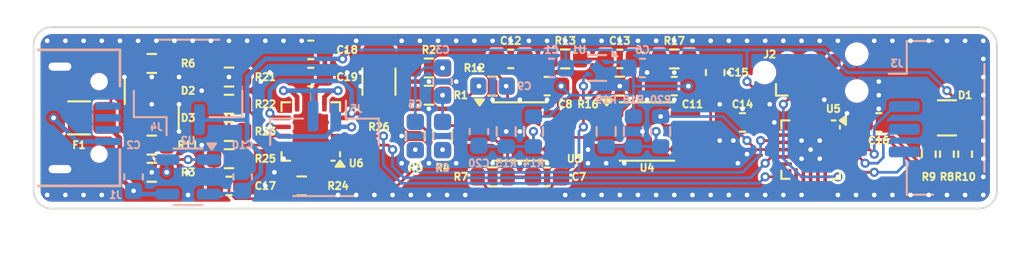
<source format=kicad_pcb>
(kicad_pcb (version 20240108) (generator "pcbnew") (generator_version "8.0")
  (layers (0 "F.Cu" signal) (31 "B.Cu" signal) (34 "B.Paste" user) (35 "F.Paste" user) (36 "B.SilkS" user "B.Silkscreen") (37 "F.SilkS" user "F.Silkscreen") (38 "B.Mask" user) (39 "F.Mask" user) (44 "Edge.Cuts" user))
  (net 0 "")
  (net 1 "GND")
  (net 2 "+BATT")
  (net 3 "+5V")
  (net 4 "Net-(C3-Pad2)")
  (net 5 "Net-(C3-Pad1)")
  (net 6 "Net-(C4-Pad2)")
  (net 7 "Net-(C5-Pad2)")
  (net 8 "+3V3")
  (net 9 "Net-(U3A-+)")
  (net 10 "/+1V65")
  (net 11 "Net-(C12-Pad1)")
  (net 12 "Net-(U3A--)")
  (net 13 "Net-(C12-Pad2)")
  (net 14 "Net-(C13-Pad2)")
  (net 15 "Net-(U4A--)")
  (net 16 "Net-(U4B--)")
  (net 17 "/nrst")
  (net 18 "Net-(C17-Pad1)")
  (net 19 "Net-(D1-BK)")
  (net 20 "Net-(D1-GK)")
  (net 21 "Net-(D1-RK)")
  (net 22 "Net-(D2-A)")
  (net 23 "Net-(D2-K)")
  (net 24 "Net-(D3-K)")
  (net 25 "Net-(J1-VBUS)")
  (net 29 "/tx")
  (net 30 "/swio")
  (net 32 "/btn1")
  (net 33 "/btn2")
  (net 34 "/btn0")
  (net 35 "Net-(J5-Pin_2)")
  (net 36 "Net-(J5-Pin_1)")
  (net 37 "/motor_isense+")
  (net 38 "Net-(U2-PROG)")
  (net 39 "/led_b")
  (net 40 "/led_g")
  (net 41 "/led_r")
  (net 42 "Net-(U3B-+)")
  (net 43 "Net-(U4B-+)")
  (net 44 "/ripple_out")
  (net 45 "/pwr_en")
  (net 46 "Net-(U6-REF)")
  (net 47 "Net-(U6-TOFF)")
  (net 48 "Net-(U6-EN{slash}FLT)")
  (net 49 "/motor_pwm")
  (net 55 "/motor_dir")
  (footprint "Resistor_SMD:R_0402_1005Metric" (layer "F.Cu") (at 140.25 102 90)
    (property "Reference" "R8")
    (property "Value" "220")
  )
  (footprint "Resistor_SMD:R_0603_1608Metric" (layer "F.Cu") (at 100.75 97.75)
    (property "Reference" "R21")
    (property "Value" "100k")
  )
  (footprint "Resistor_SMD:R_0603_1608Metric" (layer "F.Cu") (at 100.75 99.25 180)
    (property "Reference" "R22")
    (property "Value" "10k")
  )
  (footprint "LED_SMD:LED_0603_1608Metric" (layer "F.Cu") (at 96.5 98.5)
    (property "Reference" "D2")
    (property "Value" "charge")
  )
  (footprint "Package_SO:MSOP-8_3x3mm_P0.65mm" (layer "F.Cu") (at 123.75 100.75)
    (property "Reference" "U4")
    (property "Value" "MCP6L02x-xMS")
  )
  (footprint "Capacitor_SMD:C_0603_1608Metric" (layer "F.Cu") (at 136.5 100.25)
    (property "Reference" "C16")
    (property "Value" "100n")
  )
  (footprint "Fuse:Fuse_1206_3216Metric" (layer "F.Cu") (at 92.5 100)
    (property "Reference" "F1")
    (property "Value" "500mA")
  )
  (footprint "Connector:Tag-Connect_TC2030-IDC-NL_2x03_P1.27mm_Vertical" (layer "F.Cu") (at 132.75 97.5)
    (property "Reference" "J2")
    (property "Value" "SWIO")
  )
  (footprint "Capacitor_SMD:C_0603_1608Metric" (layer "F.Cu") (at 118.25 103.25 180)
    (property "Reference" "C7")
    (property "Value" "220p")
  )
  (footprint "Capacitor_SMD:C_0603_1608Metric" (layer "F.Cu") (at 116.25 96.75)
    (property "Reference" "C12")
    (property "Value" "100n")
  )
  (footprint "Capacitor_SMD:C_0603_1608Metric" (layer "F.Cu") (at 105.25 97.75 180)
    (property "Reference" "C19")
    (property "Value" "1u")
  )
  (footprint "Package_DFN_QFN:VQFN-16-1EP_3x3mm_P0.5mm_EP1.8x1.8mm" (layer "F.Cu") (at 105.25 100.75 180)
    (property "Reference" "U6")
    (property "Value" "STSPIN250")
  )
  (footprint "Capacitor_SMD:C_0603_1608Metric" (layer "F.Cu") (at 129 100.25 180)
    (property "Reference" "C14")
    (property "Value" "100n")
  )
  (footprint "Resistor_SMD:R_0603_1608Metric" (layer "F.Cu") (at 125.25 96.75 180)
    (property "Reference" "R17")
    (property "Value" "1k")
  )
  (footprint "Resistor_SMD:R_0603_1608Metric" (layer "F.Cu") (at 100.75 100.75 180)
    (property "Reference" "R23")
    (property "Value" "100k")
  )
  (footprint "Resistor_SMD:R_0603_1608Metric" (layer "F.Cu") (at 96.5 103 180)
    (property "Reference" "R3")
    (property "Value" "2k2")
  )
  (footprint "Resistor_SMD:R_0603_1608Metric" (layer "F.Cu") (at 122.25 98.25 180)
    (property "Reference" "R16")
    (property "Value" "470k")
  )
  (footprint "Package_SO:MSOP-8_3x3mm_P0.65mm" (layer "F.Cu") (at 116.75 100.75)
    (property "Reference" "U3")
    (property "Value" "MCP6L02x-xMS")
  )
  (footprint "Resistor_SMD:R_0603_1608Metric" (layer "F.Cu") (at 112.5 101 -90)
    (property "Reference" "R4")
    (property "Value" "2k2")
  )
  (footprint "Resistor_SMD:R_0603_1608Metric" (layer "F.Cu") (at 119.25 96.75 180)
    (property "Reference" "R13")
    (property "Value" "2k2")
  )
  (footprint "Resistor_SMD:R_0402_1005Metric" (layer "F.Cu") (at 139.25 102 90)
    (property "Reference" "R9")
    (property "Value" "220")
  )
  (footprint "Resistor_SMD:R_0603_1608Metric" (layer "F.Cu") (at 115.25 103.25 180)
    (property "Reference" "R7")
    (property "Value" "470k")
  )
  (footprint "Resistor_SMD:R_0603_1608Metric" (layer "F.Cu") (at 111.75 98.75 180)
    (property "Reference" "R1")
    (property "Value" "22")
  )
  (footprint "Capacitor_SMD:C_0603_1608Metric" (layer "F.Cu") (at 100.75 103.75)
    (property "Reference" "C17")
    (property "Value" "22n")
  )
  (footprint "Capacitor_SMD:C_0603_1608Metric" (layer "F.Cu") (at 122.25 96.75)
    (property "Reference" "C13")
    (property "Value" "220p")
  )
  (footprint "Resistor_SMD:R_1206_3216Metric" (layer "F.Cu") (at 109 98 90)
    (property "Reference" "R26")
    (property "Value" "10m")
  )
  (footprint "Resistor_SMD:R_0402_1005Metric" (layer "F.Cu") (at 141.25 102 90)
    (property "Reference" "R10")
    (property "Value" "220")
  )
  (footprint "Capacitor_SMD:C_0603_1608Metric" (layer "F.Cu") (at 125.25 98.25 180)
    (property "Reference" "C11")
    (property "Value" "100n")
  )
  (footprint "Resistor_SMD:R_0603_1608Metric" (layer "F.Cu") (at 96.5 97 180)
    (property "Reference" "R6")
    (property "Value" "2k2")
  )
  (footprint "Capacitor_SMD:C_0603_1608Metric" (layer "F.Cu") (at 105.25 96.25 180)
    (property "Reference" "C18")
    (property "Value" "10u")
  )
  (footprint "Resistor_SMD:R_0603_1608Metric" (layer "F.Cu") (at 100.75 102.25 180)
    (property "Reference" "R25")
    (property "Value" "2k2")
  )
  (footprint "Capacitor_SMD:C_0603_1608Metric" (layer "F.Cu") (at 118.25 98.25 180)
    (property "Reference" "C8")
    (property "Value" "100n")
  )
  (footprint "Resistor_SMD:R_0603_1608Metric" (layer "F.Cu") (at 104.75 103.75)
    (property "Reference" "R24")
    (property "Value" "10k")
  )
  (footprint "Package_DFN_QFN:QFN-20-1EP_3x3mm_P0.4mm_EP1.65x1.65mm" (layer "F.Cu") (at 132.75 101.75 -90)
    (property "Reference" "U5")
    (property "Value" "CH32V003FxUx")
  )
  (footprint "Resistor_SMD:R_0603_1608Metric" (layer "F.Cu") (at 115.25 98.25 180)
    (property "Reference" "R12")
    (property "Value" "470k")
  )
  (footprint "Resistor_SMD:R_0603_1608Metric" (layer "F.Cu") (at 111 101 -90)
    (property "Reference" "R5")
    (property "Value" "2k2")
  )
  (footprint "Resistor_SMD:R_0603_1608Metric" (layer "F.Cu") (at 111.75 97.25 180)
    (property "Reference" "R2")
    (property "Value" "22")
  )
  (footprint "LED_SMD:LED_0603_1608Metric" (layer "F.Cu") (at 96.5 100 180)
    (property "Reference" "D3")
    (property "Value" "full")
  )
  (footprint "Resistor_SMD:R_Array_Convex_2x0606" (layer "F.Cu") (at 140.25 100 180)
    (property "Reference" "D1")
    (property "Value" "rgb")
  )
  (footprint "Capacitor_SMD:C_0603_1608Metric" (layer "F.Cu") (at 127.5 97.5 -90)
    (property "Reference" "C15")
    (property "Value" "100n")
  )
  (footprint "Resistor_SMD:R_0603_1608Metric" (layer "F.Cu") (at 96.5 101.5 180)
    (property "Reference" "R11")
    (property "Value" "2k2")
  )
  (footprint "extraparts:USB_Micro-B_U254-05" (layer "B.Cu") (at 90 100 90)
    (property "Reference" "J1")
    (property "Value" "charge")
  )
  (footprint "Capacitor_SMD:C_0603_1608Metric" (layer "B.Cu") (at 114.5 100.75 90)
    (property "Reference" "C20")
    (property "Value" "100n")
  )
  (footprint "Capacitor_SMD:C_0603_1608Metric" (layer "B.Cu") (at 123.5 97.25)
    (property "Reference" "C6")
    (property "Value" "1u")
  )
  (footprint "Connector_JST:JST_GH_SM04B-GHS-TB_1x04-1MP_P1.25mm_Horizontal" (layer "B.Cu") (at 139.75 100 -90)
    (property "Reference" "J3")
    (property "Value" "btns")
  )
  (footprint "Capacitor_SMD:C_0603_1608Metric" (layer "B.Cu") (at 115.25 98.25)
    (property "Reference" "C9")
    (property "Value" "220p")
  )
  (footprint "Connector_JST:JST_GH_SM02B-GHS-TB_1x02-1MP_P1.25mm_Horizontal" (layer "B.Cu") (at 98.5 98.25)
    (property "Reference" "J4")
    (property "Value" "batt")
  )
  (footprint "Resistor_SMD:R_0603_1608Metric" (layer "B.Cu") (at 123 100.75 -90)
    (property "Reference" "R18")
    (property "Value" "100k")
  )
  (footprint "Capacitor_SMD:C_0603_1608Metric" (layer "B.Cu") (at 112.5 98 90)
    (property "Reference" "C3")
    (property "Value" "1u")
  )
  (footprint "Capacitor_SMD:C_0603_1608Metric" (layer "B.Cu") (at 101.500002 103.25 90)
    (property "Reference" "C10")
    (property "Value" "1u")
  )
  (footprint "Resistor_SMD:R_0603_1608Metric" (layer "B.Cu") (at 121.5 100.75 90)
    (property "Reference" "R19")
    (property "Value" "100k")
  )
  (footprint "Resistor_SMD:R_0603_1608Metric" (layer "B.Cu") (at 124.5 100.75 90)
    (property "Reference" "R20")
    (property "Value" "470k")
  )
  (footprint "Capacitor_SMD:C_0603_1608Metric" (layer "B.Cu") (at 95.500002 103.25 90)
    (property "Reference" "C2")
    (property "Value" "1u")
  )
  (footprint "Package_TO_SOT_SMD:SOT-23-5" (layer "B.Cu") (at 98.500002 103.25 180)
    (property "Reference" "U2")
    (property "Value" "MCP73831-2-OT")
  )
  (footprint "Resistor_SMD:R_0603_1608Metric" (layer "B.Cu") (at 116 100.75 90)
    (property "Reference" "R15")
    (property "Value" "10k")
  )
  (footprint "Resistor_SMD:R_0603_1608Metric" (layer "B.Cu") (at 117.5 100.75 -90)
    (property "Reference" "R14")
    (property "Value" "10k")
  )
  (footprint "Capacitor_SMD:C_0603_1608Metric" (layer "B.Cu") (at 118.5 97.25 180)
    (property "Reference" "C1")
    (property "Value" "1u")
  )
  (footprint "Capacitor_SMD:C_0603_1608Metric" (layer "B.Cu") (at 111 101 -90)
    (property "Reference" "C5")
    (property "Value" "100n")
  )
  (footprint "Package_DFN_QFN:UDFN-4-1EP_1x1mm_P0.65mm_EP0.48x0.48mm" (layer "B.Cu") (at 121 97.25 180)
    (property "Reference" "U1")
    (property "Value" "LD39020")
  )
  (footprint "Connector_JST:JST_GH_SM02B-GHS-TB_1x02-1MP_P1.25mm_Horizontal" (layer "B.Cu") (at 106 101.75 180)
    (property "Reference" "J5")
    (property "Value" "motor")
  )
  (footprint "Capacitor_SMD:C_0603_1608Metric" (layer "B.Cu") (at 112.5 101 -90)
    (property "Reference" "C4")
    (property "Value" "100n")
  )
  (gr_line (start 143 104) (end 143 96) (stroke (width 0.1)) (layer "Edge.Cuts"))
  (gr_arc (start 143 104) (mid 142.707107 104.707107) (end 142 105) (stroke (width 0.1)) (layer "Edge.Cuts"))
  (gr_arc (start 90 96) (mid 90.292893 95.292893) (end 91 95) (stroke (width 0.1)) (layer "Edge.Cuts"))
  (gr_line (start 142 95) (end 91 95) (stroke (width 0.1)) (layer "Edge.Cuts"))
  (gr_arc (start 142 95) (mid 142.707107 95.292893) (end 143 96) (stroke (width 0.1)) (layer "Edge.Cuts"))
  (gr_line (start 90 96) (end 90 104) (stroke (width 0.1)) (layer "Edge.Cuts"))
  (gr_arc (start 91 105) (mid 90.292893 104.707107) (end 90 104) (stroke (width 0.1)) (layer "Edge.Cuts"))
  (gr_line (start 91 105) (end 142 105) (stroke (width 0.1)) (layer "Edge.Cuts"))
  (segment (start 109.3 97.8) (end 109 97.5) (width 0.1524) (layer "F.Cu") (net 1))
  (segment (start 110.925 97.325) (end 110.45 97.8) (width 0.1524) (layer "F.Cu") (net 1))
  (segment (start 109 97.5) (end 109 96.5375) (width 0.1524) (layer "F.Cu") (net 1))
  (segment (start 110.925 97.25) (end 110.925 97.325) (width 0.1524) (layer "F.Cu") (net 1))
  (segment (start 110.45 97.8) (end 109.3 97.8) (width 0.1524) (layer "F.Cu") (net 1))
  (via (at 142.25 97.75) (size 0.508) (drill 0.254) (layers "F.Cu" "B.Cu") (net 1))
  (via (at 125.25 99) (size 0.508) (drill 0.254) (layers "F.Cu" "B.Cu") (net 1))
  (via (at 128.5 101.25) (size 0.508) (drill 0.254) (layers "F.Cu" "B.Cu") (net 1))
  (via (at 102.75 95.75) (size 0.508) (drill 0.254) (layers "F.Cu" "B.Cu") (net 1))
  (via (at 121.25 95.75) (size 0.508) (drill 0.254) (layers "F.Cu" "B.Cu") (net 1))
  (via (at 100.75 95.75) (size 0.508) (drill 0.254) (layers "F.Cu" "B.Cu") (net 1))
  (via (at 127.25 95.75) (size 0.508) (drill 0.254) (layers "F.Cu" "B.Cu") (net 1))
  (via (at 101.75 95.75) (size 0.508) (drill 0.254) (layers "F.Cu" "B.Cu") (net 1))
  (via (at 118.25 99) (size 0.508) (drill 0.254) (layers "F.Cu" "B.Cu") (net 1))
  (via (at 113.25 98) (size 0.508) (drill 0.254) (layers "F.Cu" "B.Cu") (net 1))
  (via (at 115.25 102.5) (size 0.508) (drill 0.254) (layers "F.Cu" "B.Cu") (net 1))
  (via (at 112.25 95.75) (size 0.508) (drill 0.254) (layers "F.Cu" "B.Cu") (net 1))
  (via (at 98.5 103) (size 0.508) (drill 0.254) (layers "F.Cu" "B.Cu") (net 1))
  (via (at 128.25 104.25) (size 0.508) (drill 0.254) (layers "F.Cu" "B.Cu") (net 1))
  (via (at 142.25 103.25) (size 0.508) (drill 0.254) (layers "F.Cu" "B.Cu") (net 1))
  (via (at 108 97.5) (size 0.508) (drill 0.254) (layers "F.Cu" "B.Cu") (net 1))
  (via (at 130.25 95.75) (size 0.508) (drill 0.254) (layers "F.Cu" "B.Cu") (net 1))
  (via (at 132.25 104.25) (size 0.508) (drill 0.254) (layers "F.Cu" "B.Cu") (net 1))
  (via (at 94.75 95.75) (size 0.508) (drill 0.254) (layers "F.Cu" "B.Cu") (net 1))
  (via (at 91.75 95.75) (size 0.508) (drill 0.254) (layers "F.Cu" "B.Cu") (net 1))
  (via (at 122.25 104.25) (size 0.508) (drill 0.254) (layers "F.Cu" "B.Cu") (net 1))
  (via (at 96.5 103) (size 0.508) (drill 0.254) (layers "F.Cu" "B.Cu") (net 1))
  (via (at 125.25 104.25) (size 0.508) (drill 0.254) (layers "F.Cu" "B.Cu") (net 1))
  (via (at 129.25 102) (size 0.508) (drill 0.254) (layers "F.Cu" "B.Cu") (net 1))
  (via (at 133.25 102.25) (size 0.508) (drill 0.254) (layers "F.Cu" "B.Cu") (net 1))
  (via (at 129.25 95.75) (size 0.508) (drill 0.254) (layers "F.Cu" "B.Cu") (net 1))
  (via (at 90.75 95.75) (size 0.508) (drill 0.254) (layers "F.Cu" "B.Cu") (net 1))
  (via (at 118.25 95.75) (size 0.508) (drill 0.254) (layers "F.Cu" "B.Cu") (net 1))
  (via (at 96.5 99.25) (size 0.508) (drill 0.254) (layers "F.Cu" "B.Cu") (net 1))
  (via (at 120.25 104.25) (size 0.508) (drill 0.254) (layers "F.Cu" "B.Cu") (net 1))
  (via (at 123.75 99) (size 0.508) (drill 0.254) (layers "F.Cu" "B.Cu") (net 1))
  (via (at 122.25 98.25) (size 0.508) (drill 0.254) (layers "F.Cu" "B.Cu") (net 1))
  (via (at 97.75 95.75) (size 0.508) (drill 0.254) (layers "F.Cu" "B.Cu") (net 1))
  (via (at 98 100.75) (size 0.508) (drill 0.254) (layers "F.Cu" "B.Cu") (net 1))
  (via (at 131.25 95.75) (size 0.508) (drill 0.254) (layers "F.Cu" "B.Cu") (net 1))
  (via (at 95.75 95.75) (size 0.508) (drill 0.254) (layers "F.Cu" "B.Cu") (net 1))
  (via (at 99.25 101.5) (size 0.508) (drill 0.254) (layers "F.Cu" "B.Cu") (net 1))
  (via (at 103.75 95.75) (size 0.508) (drill 0.254) (layers "F.Cu" "B.Cu") (net 1))
  (via (at 93.75 95.75) (size 0.508) (drill 0.254) (layers "F.Cu" "B.Cu") (net 1))
  (via (at 133.5 99) (size 0.508) (drill 0.254) (layers "F.Cu" "B.Cu") (net 1))
  (via (at 142.25 102.25) (size 0.508) (drill 0.254) (layers "F.Cu" "B.Cu") (net 1))
  (via (at 92.75 104.25) (size 0.508) (drill 0.254) (layers "F.Cu" "B.Cu") (net 1))
  (via (at 131.25 104.25) (size 0.508) (drill 0.254) (layers "F.Cu" "B.Cu") (net 1))
  (via (at 111.75 104.25) (size 0.508) (drill 0.254) (layers "F.Cu" "B.Cu") (net 1))
  (via (at 134.75 99.75) (size 0.508) (drill 0.254) (layers "F.Cu" "B.Cu") (net 1))
  (via (at 141.25 104.25) (size 0.508) (drill 0.254) (layers "F.Cu" "B.Cu") (net 1))
  (via (at 96.75 95.75) (size 0.508) (drill 0.254) (layers "F.Cu" "B.Cu") (net 1))
  (via (at 123.5 100.75) (size 0.508) (drill 0.254) (layers "F.Cu" "B.Cu") (net 1))
  (via (at 116.75 100.75) (size 0.508) (drill 0.254) (layers "F.Cu" "B.Cu") (net 1))
  (via (at 132.25 101.25) (size 0.508) (drill 0.254) (layers "F.Cu" "B.Cu") (net 1))
  (via (at 90.75 104.25) (size 0.508) (drill 0.254) (layers "F.Cu" "B.Cu") (net 1))
  (via (at 141.25 95.75) (size 0.508) (drill 0.254) (layers "F.Cu" "B.Cu") (net 1))
  (via (at 103.75 102.25) (size 0.508) (drill 0.254) (layers "F.Cu" "B.Cu") (net 1))
  (via (at 142.25 101.25) (size 0.508) (drill 0.254) (layers "F.Cu" "B.Cu") (net 1))
  (via (at 96.5 97.75) (size 0.508) (drill 0.254) (layers "F.Cu" "B.Cu") (net 1))
  (via (at 129.25 104.25) (size 0.508) (drill 0.254) (layers "F.Cu" "B.Cu") (net 1))
  (via (at 136.5 98) (size 0.508) (drill 0.254) (layers "F.Cu" "B.Cu") (net 1))
  (via (at 125.25 95.75) (size 0.508) (drill 0.254) (layers "F.Cu" "B.Cu") (net 1))
  (via (at 103 97.5) (size 0.508) (drill 0.254) (layers "F.Cu" "B.Cu") (net 1))
  (via (at 98.75 95.75) (size 0.508) (drill 0.254) (layers "F.Cu" "B.Cu") (net 1))
  (via (at 98 99.25) (size 0.508) (drill 0.254) (layers "F.Cu" "B.Cu") (net 1))
  (via (at 122.5 102.5) (size 0.508) (drill 0.254) (layers "F.Cu" "B.Cu") (net 1))
  (via (at 116.75 99) (size 0.508) (drill 0.254) (layers "F.Cu" "B.Cu") (net 1))
  (via (at 128.25 97.5) (size 0.508) (drill 0.254) (layers "F.Cu" "B.Cu") (net 1))
  (via (at 120.25 95.75) (size 0.508) (drill 0.254) (layers "F.Cu" "B.Cu") (net 1))
  (via (at 129 99.5) (size 0.508) (drill 0.254) (layers "F.Cu" "B.Cu") (net 1))
  (via (at 108 98.25) (size 0.508) (drill 0.254) (layers "F.Cu" "B.Cu") (net 1))
  (via (at 140.25 95.75) (size 0.508) (drill 0.254) (layers "F.Cu" "B.Cu") (net 1))
  (via (at 110.25 101) (size 0.508) (drill 0.254) (layers "F.Cu" "B.Cu") (net 1))
  (via (at 102.75 103.75) (size 0.508) (drill 0.254) (layers "F.Cu" "B.Cu") (net 1))
  (via (at 136.5 98.75) (size 0.508) (drill 0.254) (layers "F.Cu" "B.Cu") (net 1))
  (via (at 110.25 95.75) (size 0.508) (drill 0.254) (layers "F.Cu" "B.Cu") (net 1))
  (via (at 118.25 102.5) (size 0.508) (drill 0.254) (layers "F.Cu" "B.Cu") (net 1))
  (via (at 104.75 95.75) (size 0.508) (drill 0.254) (layers "F.Cu" "B.Cu") (net 1))
  (via (at 116.25 95.75) (size 0.508) (drill 0.254) (layers "F.Cu" "B.Cu") (net 1))
  (via (at 108.75 104.25) (size 0.508) (drill 0.254) (layers "F.Cu" "B.Cu") (net 1))
  (via (at 132.75 101.75) (size 0.508) (drill 0.254) (layers "F.Cu" "B.Cu") (net 1))
  (via (at 102.5 98) (size 0.508) (drill 0.254) (layers "F.Cu" "B.Cu") (net 1))
  (via (at 111.75 98) (size 0.508) (drill 0.254) (layers "F.Cu" "B.Cu") (net 1))
  (via (at 130.5 99.25) (size 0.508) (drill 0.254) (layers "F.Cu" "B.Cu") (net 1))
  (via (at 111.25 95.75) (size 0.508) (drill 0.254) (layers "F.Cu" "B.Cu") (net 1))
  (via (at 142.25 96.75) (size 0.508) (drill 0.254) (layers "F.Cu" "B.Cu") (net 1))
  (via (at 137.25 95.75) (size 0.508) (drill 0.254) (layers "F.Cu" "B.Cu") (net 1))
  (via (at 127.75 99.25) (size 0.508) (drill 0.254) (layers "F.Cu" "B.Cu") (net 1))
  (via (at 99.25 98.5) (size 0.508) (drill 0.254) (layers "F.Cu" "B.Cu") (net 1))
  (via (at 128.75 102.5) (size 0.508) (drill 0.254) (layers "F.Cu" "B.Cu") (net 1))
  (via (at 113.25 95.75) (size 0.508) (drill 0.254) (layers "F.Cu" "B.Cu") (net 1))
  (via (at 114.5 97.25) (size 0.508) (drill 0.254) (layers "F.Cu" "B.Cu") (net 1))
  (via (at 114.25 95.75) (size 0.508) (drill 0.254) (layers "F.Cu" "B.Cu") (net 1))
  (via (at 142.25 100) (size 0.508) (drill 0.254) (layers "F.Cu" "B.Cu") (net 1))
  (via (at 132.25 95.75) (size 0.508) (drill 0.254) (layers "F.Cu" "B.Cu") (net 1))
  (via (at 110.25 102.5) (size 0.508) (drill 0.254) (layers "F.Cu" "B.Cu") (net 1))
  (via (at 123.25 95.75) (size 0.508) (drill 0.254) (layers "F.Cu" "B.Cu") (net 1))
  (via (at 123.75 97.5) (size 0.508) (drill 0.254) (layers "F.Cu" "B.Cu") (net 1))
  (via (at 139.25 104.25) (size 0.508) (drill 0.254) (layers "F.Cu" "B.Cu") (net 1))
  (via (at 125.25 97.5) (size 0.508) (drill 0.254) (layers "F.Cu" "B.Cu") (net 1))
  (via (at 124.25 104.25) (size 0.508) (drill 0.254) (layers "F.Cu" "B.Cu") (net 1))
  (via (at 115.25 95.75) (size 0.508) (drill 0.254) (layers "F.Cu" "B.Cu") (net 1))
  (via (at 109.75 104.25) (size 0.508) (drill 0.254) (layers "F.Cu" "B.Cu") (net 1))
  (via (at 92.75 95.75) (size 0.508) (drill 0.254) (layers "F.Cu" "B.Cu") (net 1))
  (via (at 130.75 100.25) (size 0.508) (drill 0.254) (layers "F.Cu" "B.Cu") (net 1))
  (via (at 127.25 104.25) (size 0.508) (drill 0.254) (layers "F.Cu" "B.Cu") (net 1))
  (via (at 107.75 95.75) (size 0.508) (drill 0.254) (layers "F.Cu" "B.Cu") (net 1))
  (via (at 99.75 95.75) (size 0.508) (drill 0.254) (layers "F.Cu" "B.Cu") (net 1))
  (via (at 142.25 104.25) (size 0.508) (drill 0.254) (layers "F.Cu" "B.Cu") (net 1))
  (via (at 133.25 95.75) (size 0.508) (drill 0.254) (layers "F.Cu" "B.Cu") (net 1))
  (via (at 113.75 104.25) (size 0.508) (drill 0.254) (layers "F.Cu" "B.Cu") (net 1))
  (via (at 123.25 104.25) (size 0.508) (drill 0.254) (layers "F.Cu" "B.Cu") (net 1))
  (via (at 106.75 104.25) (size 0.508) (drill 0.254) (layers "F.Cu" "B.Cu") (net 1))
  (via (at 110.75 104.25) (size 0.508) (drill 0.254) (layers "F.Cu" "B.Cu") (net 1))
  (via (at 107.75 104.25) (size 0.508) (drill 0.254) (layers "F.Cu" "B.Cu") (net 1))
  (via (at 127.75 101.25) (size 0.508) (drill 0.254) (layers "F.Cu" "B.Cu") (net 1))
  (via (at 111.75 102.5) (size 0.508) (drill 0.254) (layers "F.Cu" "B.Cu") (net 1))
  (via (at 139.25 95.75) (size 0.508) (drill 0.254) (layers "F.Cu" "B.Cu") (net 1))
  (via (at 126.25 104.25) (size 0.508) (drill 0.254) (layers "F.Cu" "B.Cu") (net 1))
  (via (at 120.5 102.5) (size 0.508) (drill 0.254) (layers "F.Cu" "B.Cu") (net 1))
  (via (at 128.25 95.75) (size 0.508) (drill 0.254) (layers "F.Cu" "B.Cu") (net 1))
  (via (at 140.25 104.25) (size 0.508) (drill 0.254) (layers "F.Cu" "B.Cu") (net 1))
  (via (at 119.25 104.25) (size 0.508) (drill 0.254) (layers "F.Cu" "B.Cu") (net 1))
  (via (at 121.25 104.25) (size 0.508) (drill 0.254) (layers "F.Cu" "B.Cu") (net 1))
  (via (at 138.25 104.25) (size 0.508) (drill 0.254) (layers "F.Cu" "B.Cu") (net 1))
  (via (at 134.25 104.25) (size 0.508) (drill 0.254) (layers "F.Cu" "B.Cu") (net 1))
  (via (at 142.25 98.75) (size 0.508) (drill 0.254) (layers "F.Cu" "B.Cu") (net 1))
  (via (at 132.25 102.25) (size 0.508) (drill 0.254) (layers "F.Cu" "B.Cu") (net 1))
  (via (at 107.25 97.5) (size 0.508) (drill 0.254) (layers "F.Cu" "B.Cu") (net 1))
  (via (at 98.5 104.25) (size 0.508) (drill 0.254) (layers "F.Cu" "B.Cu") (net 1))
  (via (at 137.25 104.25) (size 0.508) (drill 0.254) (layers "F.Cu" "B.Cu") (net 1))
  (via (at 120.5 101.75) (size 0.508) (drill 0.254) (layers "F.Cu" "B.Cu") (net 1))
  (via (at 126.25 95.75) (size 0.508) (drill 0.254) (layers "F.Cu" "B.Cu") (net 1))
  (via (at 113.25 102.5) (size 0.508) (drill 0.254) (layers "F.Cu" "B.Cu") (net 1))
  (via (at 93.75 104.25) (size 0.508) (drill 0.254) (layers "F.Cu" "B.Cu") (net 1))
  (via (at 115.25 99) (size 0.508) (drill 0.254) (layers "F.Cu" "B.Cu") (net 1))
  (via (at 138.25 95.75) (size 0.508) (drill 0.254) (layers "F.Cu" "B.Cu") (net 1))
  (via (at 142.25 95.75) (size 0.508) (drill 0.254) (layers "F.Cu" "B.Cu") (net 1))
  (via (at 117.25 95.75) (size 0.508) (drill 0.254) (layers "F.Cu" "B.Cu") (net 1))
  (via (at 100.75 97.75) (size 0.508) (drill 0.254) (layers "F.Cu" "B.Cu") (net 1))
  (via (at 121.5 102.5) (size 0.508) (drill 0.254) (layers "F.Cu" "B.Cu") (net 1))
  (via (at 119.25 95.75) (size 0.508) (drill 0.254) (layers "F.Cu" "B.Cu") (net 1))
  (via (at 91.75 104.25) (size 0.508) (drill 0.254) (layers "F.Cu" "B.Cu") (net 1))
  (via (at 103.25 103) (size 0.508) (drill 0.254) (layers "F.Cu" "B.Cu") (net 1))
  (via (at 95 97.75) (size 0.508) (drill 0.254) (layers "F.Cu" "B.Cu") (net 1))
  (via (at 136.25 95.75) (size 0.508) (drill 0.254) (layers "F.Cu" "B.Cu") (net 1))
  (via (at 111.75 99.5) (size 0.508) (drill 0.254) (layers "F.Cu" "B.Cu") (net 1))
  (via (at 133.25 101.25) (size 0.508) (drill 0.254) (layers "F.Cu" "B.Cu") (net 1))
  (via (at 135.25 104.25) (size 0.508) (drill 0.254) (layers "F.Cu" "B.Cu") (net 1))
  (via (at 116.75 102.5) (size 0.508) (drill 0.254) (layers "F.Cu" "B.Cu") (net 1))
  (via (at 122.25 95.75) (size 0.508) (drill 0.254) (layers "F.Cu" "B.Cu") (net 1))
  (via (at 134.25 95.75) (size 0.508) (drill 0.254) (layers "F.Cu" "B.Cu") (net 1))
  (via (at 112.75 104.25) (size 0.508) (drill 0.254) (layers "F.Cu" "B.Cu") (net 1))
  (via (at 124.25 95.75) (size 0.508) (drill 0.254) (layers "F.Cu" "B.Cu") (net 1))
  (via (at 136.5 99.5) (size 0.508) (drill 0.254) (layers "F.Cu" "B.Cu") (net 1))
  (via (at 130.25 104.25) (size 0.508) (drill 0.254) (layers "F.Cu" "B.Cu") (net 1))
  (via (at 136.25 104.25) (size 0.508) (drill 0.254) (layers "F.Cu" "B.Cu") (net 1))
  (via (at 98 97.75) (size 0.508) (drill 0.254) (layers "F.Cu" "B.Cu") (net 1))
  (via (at 116 100.75) (size 0.508) (drill 0.254) (layers "F.Cu" "B.Cu") (net 1))
  (segment (start 105.5 99.2625) (end 105.5 98.275) (width 0.254) (layer "F.Cu") (net 2))
  (segment (start 140.95 99.53) (end 140.95 99.2) (width 0.1524) (layer "F.Cu") (net 2))
  (segment (start 140.95 99.2) (end 140.25 98.5) (width 0.1524) (layer "F.Cu") (net 2))
  (segment (start 131.3 100.95) (end 130.475 100.95) (width 0.1524) (layer "F.Cu") (net 2))
  (segment (start 106.8 96.25) (end 106.025 96.25) (width 0.254) (layer "F.Cu") (net 2))
  (segment (start 131.48 98.135) (end 131 98.615) (width 0.1524) (layer "F.Cu") (net 2))
  (segment (start 130.475 100.95) (end 129.775 100.25) (width 0.1524) (layer "F.Cu") (net 2))
  (segment (start 106.025 96.25) (end 106.025 97.75) (width 0.254) (layer "F.Cu") (net 2))
  (segment (start 129.865 100.16) (end 129.865 98.615) (width 0.1524) (layer "F.Cu") (net 2))
  (segment (start 107 96.75) (end 107 96.45) (width 0.254) (layer "F.Cu") (net 2))
  (segment (start 129.775 100.25) (end 129.865 100.16) (width 0.1524) (layer "F.Cu") (net 2))
  (segment (start 131 98.615) (end 129.865 98.615) (width 0.1524) (layer "F.Cu") (net 2))
  (segment (start 105.5 98.275) (end 106.025 97.75) (width 0.254) (layer "F.Cu") (net 2))
  (segment (start 129.865 98.615) (end 129.25 98) (width 0.1524) (layer "F.Cu") (net 2))
  (segment (start 107 96.45) (end 106.8 96.25) (width 0.254) (layer "F.Cu") (net 2))
  (via (at 107 96.75) (size 0.508) (drill 0.254) (layers "F.Cu" "B.Cu") (net 2))
  (via (at 129.25 98) (size 0.508) (drill 0.254) (layers "F.Cu" "B.Cu") (net 2))
  (via (at 140.25 98.5) (size 0.508) (drill 0.254) (layers "F.Cu" "B.Cu") (net 2))
  (segment (start 139.25 97.5) (end 140.25 98.5) (width 0.1524) (layer "B.Cu") (net 2))
  (segment (start 101.525 104.025) (end 102.5 103.05) (width 0.254) (layer "B.Cu") (net 2))
  (segment (start 129.25 98) (end 129.25 96.25) (width 0.1524) (layer "B.Cu") (net 2))
  (segment (start 119.25 96.25) (end 129.25 96.25) (width 0.1524) (layer "B.Cu") (net 2))
  (segment (start 99.125 100.1) (end 101.75 100.1) (width 0.254) (layer "B.Cu") (net 2))
  (segment (start 120.46 96.925) (end 119.6 96.925) (width 0.1524) (layer "B.Cu") (net 2))
  (segment (start 99.637502 104.2) (end 101.325002 104.2) (width 0.254) (layer "B.Cu") (net 2))
  (segment (start 107 96.75) (end 102.75 96.75) (width 0.254) (layer "B.Cu") (net 2))
  (segment (start 101.500002 104.025) (end 101.525 104.025) (width 0.254) (layer "B.Cu") (net 2))
  (segment (start 101.7544 97.7456) (end 101.7544 98.226212) (width 0.254) (layer "B.Cu") (net 2))
  (segment (start 119.25 96.25) (end 119.275 96.275) (width 0.1524) (layer "B.Cu") (net 2))
  (segment (start 101.7544 98.226212) (end 101.75 98.230612) (width 0.254) (layer "B.Cu") (net 2))
  (segment (start 102.5 103.05) (end 102.5 102) (width 0.254) (layer "B.Cu") (net 2))
  (segment (start 119.275 96.275) (end 119.275 97.25) (width 0.1524) (layer "B.Cu") (net 2))
  (segment (start 101.75 101.25) (end 101.75 100.1) (width 0.254) (layer "B.Cu") (net 2))
  (segment (start 134.75 97.5) (end 139.25 97.5) (width 0.1524) (layer "B.Cu") (net 2))
  (segment (start 101.75 98.230612) (end 101.75 100.1) (width 0.254) (layer "B.Cu") (net 2))
  (segment (start 119.6 96.925) (end 119.275 97.25) (width 0.1524) (layer "B.Cu") (net 2))
  (segment (start 129.25 96.25) (end 133.5 96.25) (width 0.1524) (layer "B.Cu") (net 2))
  (segment (start 133.5 96.25) (end 134.75 97.5) (width 0.1524) (layer "B.Cu") (net 2))
  (segment (start 119.25 96.25) (end 107.5 96.25) (width 0.1524) (layer "B.Cu") (net 2))
  (segment (start 102.75 96.75) (end 101.7544 97.7456) (width 0.254) (layer "B.Cu") (net 2))
  (segment (start 107.5 96.25) (end 107 96.75) (width 0.1524) (layer "B.Cu") (net 2))
  (segment (start 101.325002 104.2) (end 101.500002 104.025) (width 0.254) (layer "B.Cu") (net 2))
  (segment (start 102.5 102) (end 101.75 101.25) (width 0.254) (layer "B.Cu") (net 2))
  (segment (start 94.75 101.1125) (end 94.75 103.274998) (width 0.254) (layer "F.Cu") (net 3))
  (segment (start 95.675 97) (end 95 97) (width 0.1524) (layer "F.Cu") (net 3))
  (segment (start 94.75 103.274998) (end 95.500002 104.025) (width 0.254) (layer "F.Cu") (net 3))
  (segment (start 93.9 100) (end 93.9 100.2625) (width 0.254) (layer "F.Cu") (net 3))
  (segment (start 95 97) (end 94.25 97.75) (width 0.1524) (layer "F.Cu") (net 3))
  (segment (start 93.9 100.2625) (end 94.75 101.1125) (width 0.254) (layer "F.Cu") (net 3))
  (segment (start 94.25 99.65) (end 93.9 100) (width 0.1524) (layer "F.Cu") (net 3))
  (segment (start 94.25 97.75) (end 94.25 99.65) (width 0.1524) (layer "F.Cu") (net 3))
  (via (at 95.500002 104.025) (size 0.508) (drill 0.254) (layers "F.Cu" "B.Cu") (net 3))
  (segment (start 95.675002 104.2) (end 95.500002 104.025) (width 0.254) (layer "B.Cu") (net 3))
  (segment (start 97.362502 104.2) (end 95.675002 104.2) (width 0.254) (layer "B.Cu") (net 3))
  (via (at 112.5 97.25) (size 0.508) (drill 0.254) (layers "F.Cu" "B.Cu") (net 4))
  (segment (start 111.525 97.225) (end 112.5 97.225) (width 0.1524) (layer "B.Cu") (net 4))
  (segment (start 111 97.75) (end 111.525 97.225) (width 0.1524) (layer "B.Cu") (net 4))
  (segment (start 111 100.225) (end 111 97.75) (width 0.1524) (layer "B.Cu") (net 4))
  (via (at 112.5 98.75) (size 0.508) (drill 0.254) (layers "F.Cu" "B.Cu") (net 5))
  (segment (start 112.5 100.225) (end 112.5 98.775) (width 0.1524) (layer "B.Cu") (net 5))
  (via (at 112.5 101.75) (size 0.508) (drill 0.254) (layers "F.Cu" "B.Cu") (net 6))
  (via (at 111 101.75) (size 0.508) (drill 0.254) (layers "F.Cu" "B.Cu") (net 7))
  (segment (start 118.8625 98.4125) (end 119.025 98.25) (width 0.1524) (layer "F.Cu") (net 8))
  (segment (start 125.8625 99.775) (end 125.8625 98.4125) (width 0.1524) (layer "F.Cu") (net 8))
  (segment (start 118.8625 99.775) (end 118.8625 98.4125) (width 0.1524) (layer "F.Cu") (net 8))
  (segment (start 125.8625 98.4125) (end 126.025 98.25) (width 0.1524) (layer "F.Cu") (net 8))
  (via (at 119.025 98.25) (size 0.508) (drill 0.254) (layers "F.Cu" "B.Cu") (net 8))
  (via (at 126.025 98.25) (size 0.508) (drill 0.254) (layers "F.Cu" "B.Cu") (net 8))
  (segment (start 121.54 96.925) (end 122.4 96.925) (width 0.1524) (layer "B.Cu") (net 8))
  (segment (start 122.725 97.25) (end 123 97.525) (width 0.1524) (layer "B.Cu") (net 8))
  (segment (start 119.525 98.75) (end 123 98.75) (width 0.1524) (layer "B.Cu") (net 8))
  (segment (start 123 98.25) (end 123 98.75) (width 0.1524) (layer "B.Cu") (net 8))
  (segment (start 119.025 98.25) (end 119.525 98.75) (width 0.1524) (layer "B.Cu") (net 8))
  (segment (start 117.5 99.925) (end 118.35 99.925) (width 0.1524) (layer "B.Cu") (net 8))
  (segment (start 122.4 96.925) (end 122.725 97.25) (width 0.1524) (layer "B.Cu") (net 8))
  (segment (start 118.35 99.925) (end 119.525 98.75) (width 0.1524) (layer "B.Cu") (net 8))
  (segment (start 126.025 98.25) (end 123 98.25) (width 0.1524) (layer "B.Cu") (net 8))
  (segment (start 123 97.525) (end 123 98.25) (width 0.1524) (layer "B.Cu") (net 8))
  (segment (start 123 98.75) (end 123 99.925) (width 0.1524) (layer "B.Cu") (net 8))
  (segment (start 111.075 100.175) (end 111 100.175) (width 0.1524) (layer "F.Cu") (net 9))
  (segment (start 115.267482 101.075) (end 116.075 101.882518) (width 0.1524) (layer "F.Cu") (net 9))
  (segment (start 116.075 101.882518) (end 116.075 103.25) (width 0.1524) (layer "F.Cu") (net 9))
  (segment (start 114.6375 101.075) (end 115.267482 101.075) (width 0.1524) (layer "F.Cu") (net 9))
  (segment (start 111.975 101.075) (end 111.075 100.175) (width 0.1524) (layer "F.Cu") (net 9))
  (segment (start 117.475 103.25) (end 116.075 103.25) (width 0.1524) (layer "F.Cu") (net 9))
  (segment (start 114.6375 101.075) (end 111.975 101.075) (width 0.1524) (layer "F.Cu") (net 9))
  (segment (start 120 102.25) (end 119.025 103.225) (width 0.1524) (layer "F.Cu") (net 10))
  (segment (start 114.425 103.325) (end 114.425 103.25) (width 0.1524) (layer "F.Cu") (net 10))
  (segment (start 119.025 103.225) (end 119.025 103.25) (width 0.1524) (layer "F.Cu") (net 10))
  (segment (start 120 101.075) (end 118.8625 101.075) (width 0.1524) (layer "F.Cu") (net 10))
  (segment (start 119.025 103.25) (end 118.3214 103.9536) (width 0.1524) (layer "F.Cu") (net 10))
  (segment (start 118.8625 100.425) (end 118.8625 101.075) (width 0.1524) (layer "F.Cu") (net 10))
  (segment (start 120 101.075) (end 120 102.25) (width 0.1524) (layer "F.Cu") (net 10))
  (segment (start 115.0536 103.9536) (end 114.425 103.325) (width 0.1524) (layer "F.Cu") (net 10))
  (segment (start 121.6375 101.075) (end 120 101.075) (width 0.1524) (layer "F.Cu") (net 10))
  (segment (start 118.3214 103.9536) (end 115.0536 103.9536) (width 0.1524) (layer "F.Cu") (net 10))
  (segment (start 116.075 98.925) (end 115.225 99.775) (width 0.1524) (layer "F.Cu") (net 11))
  (segment (start 115.475 96.75) (end 115.475 97.575) (width 0.1524) (layer "F.Cu") (net 11))
  (segment (start 115.475 97.575) (end 116.075 98.175) (width 0.1524) (layer "F.Cu") (net 11))
  (segment (start 115.225 99.775) (end 114.6375 99.775) (width 0.1524) (layer "F.Cu") (net 11))
  (segment (start 116.075 98.25) (end 116.075 98.25) (width 0.1524) (layer "F.Cu") (net 11))
  (segment (start 116.075 98.175) (end 116.075 98.25) (width 0.1524) (layer "F.Cu") (net 11))
  (segment (start 116.075 98.25) (end 116.075 98.925) (width 0.1524) (layer "F.Cu") (net 11))
  (segment (start 116.075 98.25) (end 116 98.25) (width 0.1524) (layer "F.Cu") (net 11))
  (via (at 116 98.25) (size 0.508) (drill 0.254) (layers "F.Cu" "B.Cu") (net 11))
  (segment (start 114.6375 100.425) (end 113.5 100.425) (width 0.1524) (layer "F.Cu") (net 12))
  (segment (start 113.5 100.425) (end 113.5 99.25) (width 0.1524) (layer "F.Cu") (net 12))
  (segment (start 112.75 100.425) (end 112.5 100.175) (width 0.1524) (layer "F.Cu") (net 12))
  (segment (start 114.425 98.325) (end 114.5 98.25) (width 0.1524) (layer "F.Cu") (net 12))
  (segment (start 114.5 98.25) (end 114.425 98.25) (width 0.1524) (layer "F.Cu") (net 12))
  (segment (start 113.5 100.425) (end 112.75 100.425) (width 0.1524) (layer "F.Cu") (net 12))
  (segment (start 113.5 99.25) (end 114.425 98.325) (width 0.1524) (layer "F.Cu") (net 12))
  (via (at 114.5 98.25) (size 0.508) (drill 0.254) (layers "F.Cu" "B.Cu") (net 12))
  (segment (start 118.425 96.75) (end 117.025 96.75) (width 0.1524) (layer "F.Cu") (net 13))
  (segment (start 122.225 99.775) (end 121.6375 99.775) (width 0.1524) (layer "F.Cu") (net 14))
  (segment (start 124.425 96.75) (end 123.025 96.75) (width 0.1524) (layer "F.Cu") (net 14))
  (segment (start 123.075 98.925) (end 122.225 99.775) (width 0.1524) (layer "F.Cu") (net 14))
  (segment (start 123.075 96.8) (end 123.025 96.75) (width 0.1524) (layer "F.Cu") (net 14))
  (segment (start 123.075 98.25) (end 123.075 98.925) (width 0.1524) (layer "F.Cu") (net 14))
  (segment (start 123.075 98.25) (end 123.075 96.8) (width 0.1524) (layer "F.Cu") (net 14))
  (segment (start 121.007518 100.425) (end 121.6375 100.425) (width 0.1524) (layer "F.Cu") (net 15))
  (segment (start 121.425 98.25) (end 121.425 96.8) (width 0.1524) (layer "F.Cu") (net 15))
  (segment (start 121.425 98.2875) (end 120.5964 99.1161) (width 0.1524) (layer "F.Cu") (net 15))
  (segment (start 120.5964 100.013882) (end 121.007518 100.425) (width 0.1524) (layer "F.Cu") (net 15))
  (segment (start 121.425 96.8) (end 121.475 96.75) (width 0.1524) (layer "F.Cu") (net 15))
  (segment (start 121.475 96.75) (end 120.075 96.75) (width 0.1524) (layer "F.Cu") (net 15))
  (segment (start 121.425 98.25) (end 121.425 98.2875) (width 0.1524) (layer "F.Cu") (net 15))
  (segment (start 120.5964 99.1161) (end 120.5964 100.013882) (width 0.1524) (layer "F.Cu") (net 15))
  (segment (start 127.25 98.525) (end 127.25 100.75) (width 0.1524) (layer "F.Cu") (net 16))
  (segment (start 126.075 96.85) (end 127.5 98.275) (width 0.1524) (layer "F.Cu") (net 16))
  (segment (start 126.925 101.075) (end 125.8625 101.075) (width 0.1524) (layer "F.Cu") (net 16))
  (segment (start 127.5 98.275) (end 127.25 98.525) (width 0.1524) (layer "F.Cu") (net 16))
  (segment (start 126.075 96.75) (end 126.075 96.85) (width 0.1524) (layer "F.Cu") (net 16))
  (segment (start 127.25 100.75) (end 126.925 101.075) (width 0.1524) (layer "F.Cu") (net 16))
  (segment (start 134.02 100.25) (end 134.02 98.135) (width 0.1524) (layer "F.Cu") (net 17))
  (segment (start 133.6 100.25) (end 133.55 100.3) (width 0.1524) (layer "F.Cu") (net 17))
  (segment (start 135.725 100.25) (end 133.6 100.25) (width 0.1524) (layer "F.Cu") (net 17))
  (segment (start 99.925 103.7) (end 99.975 103.75) (width 0.1524) (layer "F.Cu") (net 18))
  (segment (start 99.925 102.25) (end 99.925 103.7) (width 0.1524) (layer "F.Cu") (net 18))
  (segment (start 140.25 100.15) (end 139.63 99.53) (width 0.1524) (layer "F.Cu") (net 19))
  (segment (start 139.63 99.53) (end 139.55 99.53) (width 0.1524) (layer "F.Cu") (net 19))
  (segment (start 140.25 101.49) (end 140.25 100.15) (width 0.1524) (layer "F.Cu") (net 19))
  (segment (start 139.3 101.44) (end 139.3 100.72) (width 0.1524) (layer "F.Cu") (net 20))
  (segment (start 139.3 100.72) (end 139.55 100.47) (width 0.1524) (layer "F.Cu") (net 20))
  (segment (start 139.25 101.49) (end 139.3 101.44) (width 0.1524) (layer "F.Cu") (net 20))
  (segment (start 141.2 100.72) (end 140.95 100.47) (width 0.1524) (layer "F.Cu") (net 21))
  (segment (start 141.2 101.44) (end 141.2 100.72) (width 0.1524) (layer "F.Cu") (net 21))
  (segment (start 141.25 101.49) (end 141.2 101.44) (width 0.1524) (layer "F.Cu") (net 21))
  (segment (start 97.2875 97.0375) (end 97.325 97) (width 0.1524) (layer "F.Cu") (net 22))
  (segment (start 97.2875 98.5) (end 97.2875 97.0375) (width 0.1524) (layer "F.Cu") (net 22))
  (segment (start 95.7125 98.5) (end 95.7125 100) (width 0.1524) (layer "F.Cu") (net 23))
  (segment (start 98.4964 102.2964) (end 98.5 102.3) (width 0.1524) (layer "F.Cu") (net 23))
  (segment (start 96.8964 102.2964) (end 98.4964 102.2964) (width 0.1524) (layer "F.Cu") (net 23))
  (segment (start 95.7125 100) (end 96.5 100.7875) (width 0.1524) (layer "F.Cu") (net 23))
  (segment (start 96.5 101.9) (end 96.8964 102.2964) (width 0.1524) (layer "F.Cu") (net 23))
  (segment (start 96.5 100.7875) (end 96.5 101.9) (width 0.1524) (layer "F.Cu") (net 23))
  (via (at 98.5 102.3) (size 0.508) (drill 0.254) (layers "F.Cu" "B.Cu") (net 23))
  (segment (start 98.5 102.3) (end 99.637502 102.3) (width 0.1524) (layer "B.Cu") (net 23))
  (segment (start 97.2875 101.4625) (end 97.325 101.5) (width 0.1524) (layer "F.Cu") (net 24))
  (segment (start 97.2875 100) (end 97.2875 101.4625) (width 0.1524) (layer "F.Cu") (net 24))
  (via (at 91.1 100) (size 0.508) (drill 0.254) (layers "F.Cu" "B.Cu") (net 25))
  (segment (start 94.1 101.3) (end 92.4 101.3) (width 0.254) (layer "B.Cu") (net 25))
  (segment (start 92.4 101.3) (end 91.1 100) (width 0.254) (layer "B.Cu") (net 25))
  (segment (start 133.3977 98.367366) (end 131.95 99.815066) (width 0.1524) (layer "F.Cu") (net 29))
  (segment (start 133.3977 97.4873) (end 133.3977 98.367366) (width 0.1524) (layer "F.Cu") (net 29))
  (segment (start 134.02 96.865) (end 133.3977 97.4873) (width 0.1524) (layer "F.Cu") (net 29))
  (segment (start 131.95 99.815066) (end 131.95 100.3) (width 0.1524) (layer "F.Cu") (net 29))
  (segment (start 132.1023 97.4873) (end 131.48 96.865) (width 0.1524) (layer "F.Cu") (net 30))
  (segment (start 134.25 103.25) (end 133.6 103.25) (width 0.1524) (layer "F.Cu") (net 30))
  (segment (start 133.6 103.25) (end 133.55 103.2) (width 0.1524) (layer "F.Cu") (net 30))
  (segment (start 132.1023 98.3977) (end 132.1023 97.4873) (width 0.1524) (layer "F.Cu") (net 30))
  (segment (start 131.25 99.25) (end 132.1023 98.3977) (width 0.1524) (layer "F.Cu") (net 30))
  (via (at 134.25 103.25) (size 0.508) (drill 0.254) (layers "F.Cu" "B.Cu") (net 30))
  (via (at 131.25 99.25) (size 0.508) (drill 0.254) (layers "F.Cu" "B.Cu") (net 30))
  (segment (start 131.25 102.25) (end 132.25 103.25) (width 0.1524) (layer "B.Cu") (net 30))
  (segment (start 132.25 103.25) (end 134.25 103.25) (width 0.1524) (layer "B.Cu") (net 30))
  (segment (start 131.25 99.25) (end 131.25 102.25) (width 0.1524) (layer "B.Cu") (net 30))
  (segment (start 135.75 102.5) (end 135.4 102.15) (width 0.1524) (layer "F.Cu") (net 32))
  (segment (start 135.4 102.15) (end 134.2 102.15) (width 0.1524) (layer "F.Cu") (net 32))
  (via (at 135.75 102.5) (size 0.508) (drill 0.254) (layers "F.Cu" "B.Cu") (net 32))
  (segment (start 136.75 101.2125) (end 137.3375 100.625) (width 0.1524) (layer "B.Cu") (net 32))
  (segment (start 137.3375 100.625) (end 137.9 100.625) (width 0.1524) (layer "B.Cu") (net 32))
  (segment (start 136.75 102.1825) (end 136.75 101.2125) (width 0.1524) (layer "B.Cu") (net 32))
  (segment (start 136.4325 102.5) (end 136.75 102.1825) (width 0.1524) (layer "B.Cu") (net 32))
  (segment (start 135.75 102.5) (end 136.4325 102.5) (width 0.1524) (layer "B.Cu") (net 32))
  (segment (start 136 101.75) (end 134.2 101.75) (width 0.1524) (layer "F.Cu") (net 33))
  (segment (start 136.25 102) (end 136 101.75) (width 0.1524) (layer "F.Cu") (net 33))
  (via (at 136.25 102) (size 0.508) (drill 0.254) (layers "F.Cu" "B.Cu") (net 33))
  (segment (start 136.25 102) (end 136.25 100.475) (width 0.1524) (layer "B.Cu") (net 33))
  (segment (start 137.35 99.375) (end 137.9 99.375) (width 0.1524) (layer "B.Cu") (net 33))
  (segment (start 136.25 100.475) (end 137.35 99.375) (width 0.1524) (layer "B.Cu") (net 33))
  (segment (start 135.5 103) (end 135.05 102.55) (width 0.1524) (layer "F.Cu") (net 34))
  (segment (start 136.25 103) (end 135.5 103) (width 0.1524) (layer "F.Cu") (net 34))
  (segment (start 135.05 102.55) (end 134.2 102.55) (width 0.1524) (layer "F.Cu") (net 34))
  (via (at 136.25 103) (size 0.508) (drill 0.254) (layers "F.Cu" "B.Cu") (net 34))
  (segment (start 137.9 102.6) (end 137.9 101.875) (width 0.1524) (layer "B.Cu") (net 34))
  (segment (start 136.25 103) (end 137.5 103) (width 0.1524) (layer "B.Cu") (net 34))
  (segment (start 137.5 103) (end 137.9 102.6) (width 0.1524) (layer "B.Cu") (net 34))
  (segment (start 104.5 98.85) (end 104.15 98.5) (width 0.254) (layer "F.Cu") (net 35))
  (segment (start 106.35 98.5) (end 106.75 98.5) (width 0.254) (layer "F.Cu") (net 35))
  (segment (start 106 98.85) (end 106.35 98.5) (width 0.254) (layer "F.Cu") (net 35))
  (segment (start 104.5 99.2625) (end 104.5 98.85) (width 0.254) (layer "F.Cu") (net 35))
  (segment (start 104.15 98.5) (end 103.75 98.5) (width 0.254) (layer "F.Cu") (net 35))
  (segment (start 106 99.2625) (end 106 98.85) (width 0.254) (layer "F.Cu") (net 35))
  (via (at 106.75 98.5) (size 0.508) (drill 0.254) (layers "F.Cu" "B.Cu") (net 35))
  (via (at 103.75 98.5) (size 0.508) (drill 0.254) (layers "F.Cu" "B.Cu") (net 35))
  (segment (start 105.375 99.9) (end 105.375 98.5) (width 0.254) (layer "B.Cu") (net 35))
  (segment (start 106.75 98.5) (end 105.375 98.5) (width 0.254) (layer "B.Cu") (net 35))
  (segment (start 105.375 98.5) (end 103.75 98.5) (width 0.254) (layer "B.Cu") (net 35))
  (segment (start 106.7375 100.5) (end 107.5 100.5) (width 0.254) (layer "F.Cu") (net 36))
  (segment (start 103.7625 100.5) (end 103 100.5) (width 0.254) (layer "F.Cu") (net 36))
  (via (at 103 100.5) (size 0.508) (drill 0.254) (layers "F.Cu" "B.Cu") (net 36))
  (via (at 107.5 100.5) (size 0.508) (drill 0.254) (layers "F.Cu" "B.Cu") (net 36))
  (segment (start 106.625 100.5) (end 106.625 99.9) (width 0.254) (layer "B.Cu") (net 36))
  (segment (start 106.625 100.475) (end 106.625 99.9) (width 0.254) (layer "B.Cu") (net 36))
  (segment (start 107.5 100.5) (end 106.625 100.5) (width 0.254) (layer "B.Cu") (net 36))
  (segment (start 103 100.5) (end 103.5294 101.0294) (width 0.254) (layer "B.Cu") (net 36))
  (segment (start 103.5294 101.0294) (end 106.0706 101.0294) (width 0.254) (layer "B.Cu") (net 36))
  (segment (start 106.0706 101.0294) (end 106.625 100.475) (width 0.254) (layer "B.Cu") (net 36))
  (segment (start 110.45 98.2) (end 109.3 98.2) (width 0.1524) (layer "F.Cu") (net 37))
  (segment (start 109 98.5) (end 109 99.4625) (width 0.1524) (layer "F.Cu") (net 37))
  (segment (start 108.7125 99.75) (end 109 99.4625) (width 0.254) (layer "F.Cu") (net 37))
  (segment (start 110.925 98.675) (end 110.45 98.2) (width 0.1524) (layer "F.Cu") (net 37))
  (segment (start 107.25 100) (end 107.5 99.75) (width 0.254) (layer "F.Cu") (net 37))
  (segment (start 110.925 98.75) (end 110.925 98.675) (width 0.1524) (layer "F.Cu") (net 37))
  (segment (start 109.3 98.2) (end 109 98.5) (width 0.1524) (layer "F.Cu") (net 37))
  (segment (start 107.5 99.75) (end 108.7125 99.75) (width 0.254) (layer "F.Cu") (net 37))
  (segment (start 106.7375 100) (end 107.25 100) (width 0.254) (layer "F.Cu") (net 37))
  (segment (start 103.7625 100) (end 103.25 100) (width 0.254) (layer "F.Cu") (net 37))
  (segment (start 103.25 100) (end 103 99.75) (width 0.254) (layer "F.Cu") (net 37))
  (via (at 107.5 99.75) (size 0.508) (drill 0.254) (layers "F.Cu" "B.Cu") (net 37))
  (via (at 103 99.75) (size 0.508) (drill 0.254) (layers "F.Cu" "B.Cu") (net 37))
  (segment (start 103.529058 97.9666) (end 103 98.495658) (width 0.254) (layer "B.Cu") (net 37))
  (segment (start 107.5 99.75) (end 107.5 98.495658) (width 0.254) (layer "B.Cu") (net 37))
  (segment (start 106.970942 97.9666) (end 103.529058 97.9666) (width 0.254) (layer "B.Cu") (net 37))
  (segment (start 103 98.495658) (end 103 99.75) (width 0.254) (layer "B.Cu") (net 37))
  (segment (start 107.5 98.495658) (end 106.970942 97.9666) (width 0.254) (layer "B.Cu") (net 37))
  (via (at 97.325 103) (size 0.508) (drill 0.254) (layers "F.Cu" "B.Cu") (net 38))
  (segment (start 97.362502 102.3) (end 97.325 102.337502) (width 0.1524) (layer "B.Cu") (net 38))
  (segment (start 97.325 102.337502) (end 97.325 103) (width 0.1524) (layer "B.Cu") (net 38))
  (segment (start 138.827548 103.0086) (end 139.6914 103.0086) (width 0.1524) (layer "F.Cu") (net 39))
  (segment (start 140.19 102.51) (end 140.25 102.51) (width 0.1524) (layer "F.Cu") (net 39))
  (segment (start 134.2 101.35) (end 137.168948 101.35) (width 0.1524) (layer "F.Cu") (net 39))
  (segment (start 137.168948 101.35) (end 138.827548 103.0086) (width 0.1524) (layer "F.Cu") (net 39))
  (segment (start 139.6914 103.0086) (end 140.19 102.51) (width 0.1524) (layer "F.Cu") (net 39))
  (segment (start 138.76 102.51) (end 139.25 102.51) (width 0.1524) (layer "F.Cu") (net 40))
  (segment (start 137.2952 101.0452) (end 138.76 102.51) (width 0.1524) (layer "F.Cu") (net 40))
  (segment (start 134.95 100.95) (end 135.0452 101.0452) (width 0.1524) (layer "F.Cu") (net 40))
  (segment (start 134.2 100.95) (end 134.95 100.95) (width 0.1524) (layer "F.Cu") (net 40))
  (segment (start 135.0452 101.0452) (end 137.2952 101.0452) (width 0.1524) (layer "F.Cu") (net 40))
  (segment (start 141.19 102.51) (end 141.25 102.51) (width 0.1524) (layer "F.Cu") (net 41))
  (segment (start 136.2674 103.7326) (end 136.6866 103.3134) (width 0.1524) (layer "F.Cu") (net 41))
  (segment (start 133.9174 103.7326) (end 136.2674 103.7326) (width 0.1524) (layer "F.Cu") (net 41))
  (segment (start 133.15 103.2) (end 133.15 103.7) (width 0.1524) (layer "F.Cu") (net 41))
  (segment (start 136.6866 103.3134) (end 140.3866 103.3134) (width 0.1524) (layer "F.Cu") (net 41))
  (segment (start 140.3866 103.3134) (end 141.19 102.51) (width 0.1524) (layer "F.Cu") (net 41))
  (segment (start 133.15 103.7) (end 133.3036 103.8536) (width 0.1524) (layer "F.Cu") (net 41))
  (segment (start 133.7964 103.8536) (end 133.9174 103.7326) (width 0.1524) (layer "F.Cu") (net 41))
  (segment (start 133.3036 103.8536) (end 133.7964 103.8536) (width 0.1524) (layer "F.Cu") (net 41))
  (segment (start 117.5 101.5) (end 117.725 101.725) (width 0.1524) (layer "F.Cu") (net 42))
  (segment (start 117.725 101.725) (end 118.8625 101.725) (width 0.1524) (layer "F.Cu") (net 42))
  (segment (start 117.5 100.75) (end 117.5 101.5) (width 0.1524) (layer "F.Cu") (net 42))
  (via (at 117.5 100.75) (size 0.508) (drill 0.254) (layers "F.Cu" "B.Cu") (net 42))
  (segment (start 117.5 100.75) (end 117.5 101.575) (width 0.1524) (layer "B.Cu") (net 42))
  (segment (start 117.5 101.575) (end 114.55 101.575) (width 0.1524) (layer "B.Cu") (net 42))
  (segment (start 114.55 101.575) (end 114.5 101.525) (width 0.1524) (layer "B.Cu") (net 42))
  (segment (start 124.25 101.25) (end 124.25 100.75) (width 0.1524) (layer "F.Cu") (net 43))
  (segment (start 125.8625 101.725) (end 124.725 101.725) (width 0.1524) (layer "F.Cu") (net 43))
  (segment (start 124.725 101.725) (end 124.25 101.25) (width 0.1524) (layer "F.Cu") (net 43))
  (via (at 124.25 100.75) (size 0.508) (drill 0.254) (layers "F.Cu" "B.Cu") (net 43))
  (segment (start 121.5 101.575) (end 124.5 101.575) (width 0.1524) (layer "B.Cu") (net 43))
  (segment (start 124.25 100.75) (end 124.25 101.325) (width 0.1524) (layer "B.Cu") (net 43))
  (segment (start 124.25 101.325) (end 124.5 101.575) (width 0.1524) (layer "B.Cu") (net 43))
  (segment (start 124.5 100.25) (end 124.5 99.925) (width 0.1524) (layer "F.Cu") (net 44))
  (segment (start 129.25 101.25) (end 129.75 101.75) (width 0.1524) (layer "F.Cu") (net 44))
  (segment (start 129.75 101.75) (end 131.3 101.75) (width 0.1524) (layer "F.Cu") (net 44))
  (segment (start 124.675 100.425) (end 124.5 100.25) (width 0.1524) (layer "F.Cu") (net 44))
  (segment (start 125.8625 100.425) (end 124.675 100.425) (width 0.1524) (layer "F.Cu") (net 44))
  (via (at 129.25 101.25) (size 0.508) (drill 0.254) (layers "F.Cu" "B.Cu") (net 44))
  (via (at 124.5 99.925) (size 0.508) (drill 0.254) (layers "F.Cu" "B.Cu") (net 44))
  (segment (start 129.25 101.25) (end 127.925 99.925) (width 0.1524) (layer "B.Cu") (net 44))
  (segment (start 127.925 99.925) (end 124.5 99.925) (width 0.1524) (layer "B.Cu") (net 44))
  (segment (start 105.575 103.8125) (end 105.575 103.75) (width 0.1524) (layer "F.Cu") (net 45))
  (segment (start 101.105878 104.4536) (end 104.9339 104.4536) (width 0.1524) (layer "F.Cu") (net 45))
  (segment (start 130.5548 101.2548) (end 130.0048 101.2548) (width 0.1524) (layer "F.Cu") (net 45))
  (segment (start 99.925 97.75) (end 99.925 97.825) (width 0.1524) (layer "F.Cu") (net 45))
  (segment (start 120.25 100.5) (end 120.25 98.25) (width 0.1524) (layer "F.Cu") (net 45))
  (segment (start 105 103.1) (end 105.575 103.675) (width 0.1524) (layer "F.Cu") (net 45))
  (segment (start 110 103.75) (end 105.575 103.75) (width 0.1524) (layer "F.Cu") (net 45))
  (segment (start 131.3 101.35) (end 130.65 101.35) (width 0.1524) (layer "F.Cu") (net 45))
  (segment (start 105.575 103.675) (end 105.575 103.75) (width 0.1524) (layer "F.Cu") (net 45))
  (segment (start 105 102.2375) (end 105 103.1) (width 0.1524) (layer "F.Cu") (net 45))
  (segment (start 130.0048 101.2548) (end 130 101.25) (width 0.1524) (layer "F.Cu") (net 45))
  (segment (start 99.925 97.825) (end 100.75 98.65) (width 0.1524) (layer "F.Cu") (net 45))
  (segment (start 100.75 104.097722) (end 101.105878 104.4536) (width 0.1524) (layer "F.Cu") (net 45))
  (segment (start 100.75 98.65) (end 100.75 104.097722) (width 0.1524) (layer "F.Cu") (net 45))
  (segment (start 111 102.75) (end 110 103.75) (width 0.1524) (layer "F.Cu") (net 45))
  (segment (start 130.65 101.35) (end 130.5548 101.2548) (width 0.1524) (layer "F.Cu") (net 45))
  (segment (start 104.9339 104.4536) (end 105.575 103.8125) (width 0.1524) (layer "F.Cu") (net 45))
  (via (at 130 101.25) (size 0.508) (drill 0.254) (layers "F.Cu" "B.Cu") (net 45))
  (via (at 120.25 100.5) (size 0.508) (drill 0.254) (layers "F.Cu" "B.Cu") (net 45))
  (via (at 111 102.75) (size 0.508) (drill 0.254) (layers "F.Cu" "B.Cu") (net 45))
  (via (at 120.25 98.25) (size 0.508) (drill 0.254) (layers "F.Cu" "B.Cu") (net 45))
  (segment (start 130 102) (end 130 101.25) (width 0.1524) (layer "B.Cu") (net 45))
  (segment (start 111.25 103) (end 120 103) (width 0.1524) (layer "B.Cu") (net 45))
  (segment (start 120 100.75) (end 120 103) (width 0.1524) (layer "B.Cu") (net 45))
  (segment (start 120 103) (end 129 103) (width 0.1524) (layer "B.Cu") (net 45))
  (segment (start 120.46 97.575) (end 120.25 97.785) (width 0.1524) (layer "B.Cu") (net 45))
  (segment (start 129 103) (end 130 102) (width 0.1524) (layer "B.Cu") (net 45))
  (segment (start 120.25 100.5) (end 120 100.75) (width 0.1524) (layer "B.Cu") (net 45))
  (segment (start 120.25 97.785) (end 120.25 98.25) (width 0.1524) (layer "B.Cu") (net 45))
  (segment (start 111 102.75) (end 111.25 103) (width 0.1524) (layer "B.Cu") (net 45))
  (segment (start 102.75 101) (end 102.5 100.75) (width 0.1524) (layer "F.Cu") (net 46))
  (segment (start 101.575 99.325) (end 101.575 99.25) (width 0.1524) (layer "F.Cu") (net 46))
  (segment (start 101.575 97.75) (end 101.575 99.25) (width 0.1524) (layer "F.Cu") (net 46))
  (segment (start 102.5 100.25) (end 101.575 99.325) (width 0.1524) (layer "F.Cu") (net 46))
  (segment (start 103.7625 101) (end 102.75 101) (width 0.1524) (layer "F.Cu") (net 46))
  (segment (start 102.5 100.75) (end 102.5 100.25) (width 0.1524) (layer "F.Cu") (net 46))
  (segment (start 101.575 101.5) (end 101.575 102.25) (width 0.1524) (layer "F.Cu") (net 47))
  (segment (start 103.7625 101.5) (end 101.575 101.5) (width 0.1524) (layer "F.Cu") (net 47))
  (segment (start 101.575 100.75) (end 101.575 101.5) (width 0.1524) (layer "F.Cu") (net 47))
  (segment (start 104.5 102.2375) (end 104.5 103.1) (width 0.1524) (layer "F.Cu") (net 48))
  (segment (start 104.5 103.1) (end 103.925 103.675) (width 0.1524) (layer "F.Cu") (net 48))
  (segment (start 103.925 103.675) (end 103.925 103.75) (width 0.1524) (layer "F.Cu") (net 48))
  (segment (start 131.3 102.95) (end 131.3 102.55) (width 0.1524) (layer "F.Cu") (net 49))
  (segment (start 130.25 103.25) (end 131 103.25) (width 0.1524) (layer "F.Cu") (net 49))
  (segment (start 131 103.25) (end 131.3 102.95) (width 0.1524) (layer "F.Cu") (net 49))
  (segment (start 106.7375 101) (end 109.25 101) (width 0.1524) (layer "F.Cu") (net 49))
  (via (at 109.25 101) (size 0.508) (drill 0.254) (layers "F.Cu" "B.Cu") (net 49))
  (via (at 130.25 103.25) (size 0.508) (drill 0.254) (layers "F.Cu" "B.Cu") (net 49))
  (segment (start 130.25 103.25) (end 129.8904 103.6096) (width 0.1524) (layer "B.Cu") (net 49))
  (segment (start 129.8904 103.6096) (end 110.246048 103.6096) (width 0.1524) (layer "B.Cu") (net 49))
  (segment (start 109.25 102.613552) (end 109.25 101) (width 0.1524) (layer "B.Cu") (net 49))
  (segment (start 110.246048 103.6096) (end 109.25 102.613552) (width 0.1524) (layer "B.Cu") (net 49))
  (segment (start 106.7375 101.5) (end 109.5 101.5) (width 0.1524) (layer "F.Cu") (net 55))
  (segment (start 130.6 102.15) (end 131.3 102.15) (width 0.1524) (layer "F.Cu") (net 55))
  (segment (start 130.25 102.5) (end 130.6 102.15) (width 0.1524) (layer "F.Cu") (net 55))
  (segment (start 109.5 101.5) (end 109.75 101.75) (width 0.1524) (layer "F.Cu") (net 55))
  (via (at 130.25 102.5) (size 0.508) (drill 0.254) (layers "F.Cu" "B.Cu") (net 55))
  (via (at 109.75 101.75) (size 0.508) (drill 0.254) (layers "F.Cu" "B.Cu") (net 55))
  (segment (start 129.4452 103.3048) (end 110.3723 103.3048) (width 0.1524) (layer "B.Cu") (net 55))
  (segment (start 130.25 102.5) (end 129.4452 103.3048) (width 0.1524) (layer "B.Cu") (net 55))
  (segment (start 109.75 102.6825) (end 109.75 101.75) (width 0.1524) (layer "B.Cu") (net 55))
  (segment (start 110.3723 103.3048) (end 109.75 102.6825) (width 0.1524) (layer "B.Cu") (net 55))
  (zone (net 0) (net_name "") (layer "F.Cu") (connect_pads yes (clearance 0)) (min_thickness 0.1524)
    (keepout (tracks allowed) (vias allowed) (pads allowed) (copperpour not_allowed) (footprints allowed))
    (fill (thermal_gap 0.1524) (thermal_bridge_width 0.4064))
    (polygon (pts (xy 108.75 97.1) (xy 108.75 97.65) (xy 109.15 98.05) (xy 110.55 98.05) (xy 110.9 97.7) (xy 110.55 97.35) (xy 110.35 97.55) (xy 109.45 97.55) (xy 109.25 97.35) (xy 109.25 97.1)))
  )
  (zone (net 1) (net_name "GND") (layers "F&B.Cu") (connect_pads yes (clearance 0.1524)) (min_thickness 0.1524) (fill yes (thermal_gap 0.1524) (thermal_bridge_width 0.4064))
    (polygon (pts (xy 90 95) (xy 90 105) (xy 143 105) (xy 143 95)))
  )
)
</source>
